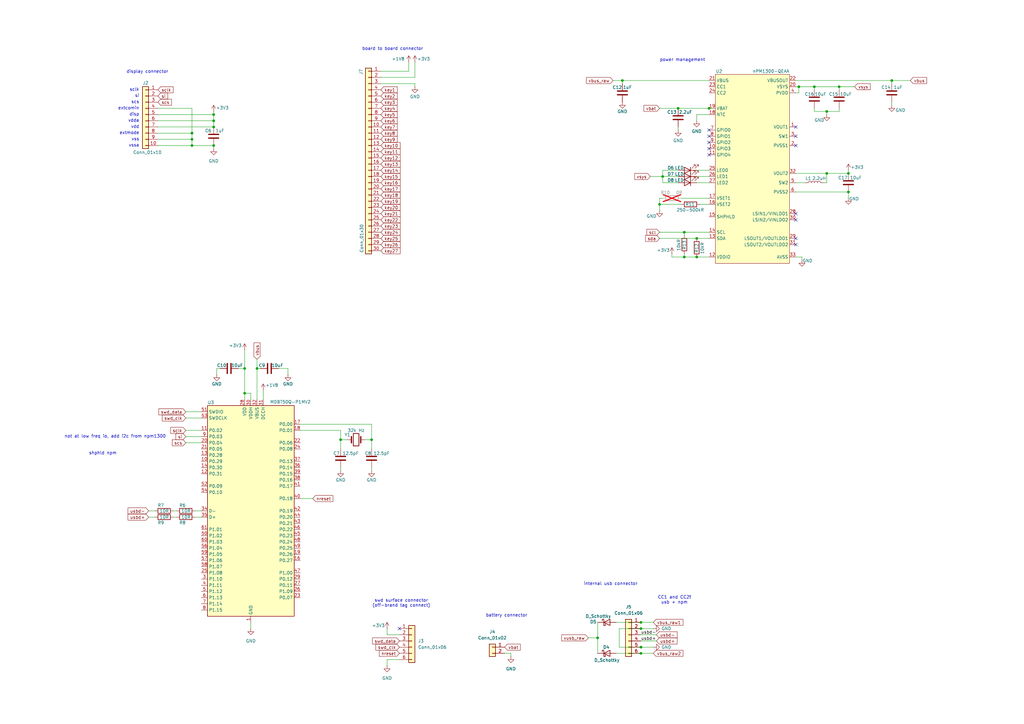
<source format=kicad_sch>
(kicad_sch (version 20250114) (generator "eeschema") (generator_version "9.0")
  (paper "A3")
  (title_block (title "phiboard board") (date "2026-01-14") (rev "1") (company "phiwan"))
  (lib_symbols
    (symbol "Connector_Generic:Conn_01x02" (pin_names (offset 1.016) (hide yes))
      (property "Reference" "J" (at 0 2.54 0))
      (property "Value" "Conn_01x02" (at 0 -5.08 0))
      (symbol "Conn_01x02_1_1"
        (pin passive line (at -5.08 0 0) (length 3.81) (name "Pin_1") (number "1"))
        (pin passive line (at -5.08 -2.54 0) (length 3.81) (name "Pin_2") (number "2"))
      )
    )
    (symbol "Connector_Generic:Conn_01x06" (pin_names (offset 1.016) (hide yes))
      (property "Reference" "J" (at 0 7.62 0))
      (property "Value" "Conn_01x06" (at 0 -10.16 0))
      (symbol "Conn_01x06_1_1"
        (pin passive line (at -5.08 5.08 0) (length 3.81) (name "Pin_1") (number "1"))
        (pin passive line (at -5.08 2.54 0) (length 3.81) (name "Pin_2") (number "2"))
        (pin passive line (at -5.08 0 0) (length 3.81) (name "Pin_3") (number "3"))
        (pin passive line (at -5.08 -2.54 0) (length 3.81) (name "Pin_4") (number "4"))
        (pin passive line (at -5.08 -5.08 0) (length 3.81) (name "Pin_5") (number "5"))
        (pin passive line (at -5.08 -7.62 0) (length 3.81) (name "Pin_6") (number "6"))
      )
    )
    (symbol "Connector_Generic:Conn_01x10" (pin_names (offset 1.016) (hide yes))
      (property "Reference" "J" (at 0 12.7 0))
      (property "Value" "Conn_01x10" (at 0 -15.24 0))
      (symbol "Conn_01x10_1_1"
        (pin passive line (at -5.08 10.16 0) (length 3.81) (name "Pin_1") (number "1"))
        (pin passive line (at -5.08 7.62 0) (length 3.81) (name "Pin_2") (number "2"))
        (pin passive line (at -5.08 5.08 0) (length 3.81) (name "Pin_3") (number "3"))
        (pin passive line (at -5.08 2.54 0) (length 3.81) (name "Pin_4") (number "4"))
        (pin passive line (at -5.08 0 0) (length 3.81) (name "Pin_5") (number "5"))
        (pin passive line (at -5.08 -2.54 0) (length 3.81) (name "Pin_6") (number "6"))
        (pin passive line (at -5.08 -5.08 0) (length 3.81) (name "Pin_7") (number "7"))
        (pin passive line (at -5.08 -7.62 0) (length 3.81) (name "Pin_8") (number "8"))
        (pin passive line (at -5.08 -10.16 0) (length 3.81) (name "Pin_9") (number "9"))
        (pin passive line (at -5.08 -12.7 0) (length 3.81) (name "Pin_10") (number "10"))
      )
    )
    (symbol "Connector_Generic:Conn_01x30" (pin_names (offset 1.016) (hide yes))
      (property "Reference" "J" (at 0 38.1 0))
      (property "Value" "Conn_01x30" (at 0 -40.64 0))
      (symbol "Conn_01x30_1_1"
        (pin passive line (at -5.08 35.56 0) (length 3.81) (name "Pin_1") (number "1"))
        (pin passive line (at -5.08 33.02 0) (length 3.81) (name "Pin_2") (number "2"))
        (pin passive line (at -5.08 30.48 0) (length 3.81) (name "Pin_3") (number "3"))
        (pin passive line (at -5.08 27.94 0) (length 3.81) (name "Pin_4") (number "4"))
        (pin passive line (at -5.08 25.4 0) (length 3.81) (name "Pin_5") (number "5"))
        (pin passive line (at -5.08 22.86 0) (length 3.81) (name "Pin_6") (number "6"))
        (pin passive line (at -5.08 20.32 0) (length 3.81) (name "Pin_7") (number "7"))
        (pin passive line (at -5.08 17.78 0) (length 3.81) (name "Pin_8") (number "8"))
        (pin passive line (at -5.08 15.24 0) (length 3.81) (name "Pin_9") (number "9"))
        (pin passive line (at -5.08 12.7 0) (length 3.81) (name "Pin_10") (number "10"))
        (pin passive line (at -5.08 10.16 0) (length 3.81) (name "Pin_11") (number "11"))
        (pin passive line (at -5.08 7.62 0) (length 3.81) (name "Pin_12") (number "12"))
        (pin passive line (at -5.08 5.08 0) (length 3.81) (name "Pin_13") (number "13"))
        (pin passive line (at -5.08 2.54 0) (length 3.81) (name "Pin_14") (number "14"))
        (pin passive line (at -5.08 0 0) (length 3.81) (name "Pin_15") (number "15"))
        (pin passive line (at -5.08 -2.54 0) (length 3.81) (name "Pin_16") (number "16"))
        (pin passive line (at -5.08 -5.08 0) (length 3.81) (name "Pin_17") (number "17"))
        (pin passive line (at -5.08 -7.62 0) (length 3.81) (name "Pin_18") (number "18"))
        (pin passive line (at -5.08 -10.16 0) (length 3.81) (name "Pin_19") (number "19"))
        (pin passive line (at -5.08 -12.7 0) (length 3.81) (name "Pin_20") (number "20"))
        (pin passive line (at -5.08 -15.24 0) (length 3.81) (name "Pin_21") (number "21"))
        (pin passive line (at -5.08 -17.78 0) (length 3.81) (name "Pin_22") (number "22"))
        (pin passive line (at -5.08 -20.32 0) (length 3.81) (name "Pin_23") (number "23"))
        (pin passive line (at -5.08 -22.86 0) (length 3.81) (name "Pin_24") (number "24"))
        (pin passive line (at -5.08 -25.4 0) (length 3.81) (name "Pin_25") (number "25"))
        (pin passive line (at -5.08 -27.94 0) (length 3.81) (name "Pin_26") (number "26"))
        (pin passive line (at -5.08 -30.48 0) (length 3.81) (name "Pin_27") (number "27"))
        (pin passive line (at -5.08 -33.02 0) (length 3.81) (name "Pin_28") (number "28"))
        (pin passive line (at -5.08 -35.56 0) (length 3.81) (name "Pin_29") (number "29"))
        (pin passive line (at -5.08 -38.1 0) (length 3.81) (name "Pin_30") (number "30"))
      )
    )
    (symbol "Device:C" (pin_numbers (hide yes)) (pin_names (offset 0.254))
      (property "Reference" "C" (at 0.635 2.54 0))
      (property "Value" "C" (at 0.635 -2.54 0))
      (symbol "C_1_1"
        (pin passive line (at 0 3.81 270) (length 2.794) (name "~") (number "1"))
        (pin passive line (at 0 -3.81 90) (length 2.794) (name "~") (number "2"))
      )
    )
    (symbol "Device:Crystal" (pin_numbers (hide yes)) (pin_names (offset 1.016) (hide yes))
      (property "Reference" "Y" (at 0 3.81 0))
      (property "Value" "Crystal" (at 0 -3.81 0))
      (symbol "Crystal_1_1"
        (pin passive line (at -3.81 0 0) (length 1.27) (name "1") (number "1"))
        (pin passive line (at 3.81 0 180) (length 1.27) (name "2") (number "2"))
      )
    )
    (symbol "Device:D_Schottky" (pin_numbers (hide yes)) (pin_names (offset 1.016) (hide yes))
      (property "Reference" "D" (at 0 2.54 0))
      (property "Value" "D_Schottky" (at 0 -2.54 0))
      (symbol "D_Schottky_1_1"
        (pin passive line (at -3.81 0 0) (length 2.54) (name "K") (number "1"))
        (pin passive line (at 3.81 0 180) (length 2.54) (name "A") (number "2"))
      )
    )
    (symbol "Device:L" (pin_numbers (hide yes)) (pin_names (offset 1.016) (hide yes))
      (property "Reference" "L" (at -1.27 0 90))
      (property "Value" "L" (at 1.905 0 90))
      (symbol "L_1_1"
        (pin passive line (at 0 3.81 270) (length 1.27) (name "1") (number "1"))
        (pin passive line (at 0 -3.81 90) (length 1.27) (name "2") (number "2"))
      )
    )
    (symbol "Device:LED" (pin_numbers (hide yes)) (pin_names (offset 1.016) (hide yes))
      (property "Reference" "D" (at 0 2.54 0))
      (property "Value" "LED" (at 0 -2.54 0))
      (symbol "LED_1_1"
        (pin passive line (at -3.81 0 0) (length 2.54) (name "K") (number "1"))
        (pin passive line (at 3.81 0 180) (length 2.54) (name "A") (number "2"))
      )
    )
    (symbol "Device:R" (pin_numbers (hide yes)) (pin_names (offset 0))
      (property "Reference" "R" (at 2.032 0 90))
      (property "Value" "R" (at 0 0 90))
      (symbol "R_1_1"
        (pin passive line (at 0 3.81 270) (length 1.27) (name "~") (number "1"))
        (pin passive line (at 0 -3.81 90) (length 1.27) (name "~") (number "2"))
      )
    )
    (symbol "RF_Module:MDBT50Q-P1MV2"
      (property "Reference" "U" (at 0 0 0))
      (property "Value" "MDBT50Q-P1MV2" (at 0 -2.54 0))
      (symbol "MDBT50Q-P1MV2_1_1"
        (pin bidirectional line (at -20.32 40.64 0) (length 2.54) (name "SWDIO") (number "51"))
        (pin input line (at -20.32 38.1 0) (length 2.54) (name "SWDCLK") (number "53"))
        (pin bidirectional line (at -20.32 33.02 0) (length 2.54) (name "P0.02") (number "11"))
        (pin bidirectional line (at -20.32 30.48 0) (length 2.54) (name "P0.03") (number "9"))
        (pin bidirectional line (at -20.32 27.94 0) (length 2.54) (name "P0.04") (number "20"))
        (pin bidirectional line (at -20.32 25.4 0) (length 2.54) (name "P0.05") (number "21"))
        (pin bidirectional line (at -20.32 22.86 0) (length 2.54) (name "P0.28") (number "13"))
        (pin bidirectional line (at -20.32 20.32 0) (length 2.54) (name "P0.29") (number "10"))
        (pin bidirectional line (at -20.32 17.78 0) (length 2.54) (name "P0.30") (number "14"))
        (pin bidirectional line (at -20.32 15.24 0) (length 2.54) (name "P0.31") (number "12"))
        (pin bidirectional line (at -20.32 10.16 0) (length 2.54) (name "P0.09") (number "52"))
        (pin bidirectional line (at -20.32 7.62 0) (length 2.54) (name "P0.10") (number "54"))
        (pin bidirectional line (at -20.32 0 0) (length 2.54) (name "D-") (number "34"))
        (pin bidirectional line (at -20.32 -2.54 0) (length 2.54) (name "D+") (number "35"))
        (pin bidirectional line (at -20.32 -7.62 0) (length 2.54) (name "P1.01") (number "61"))
        (pin bidirectional line (at -20.32 -10.16 0) (length 2.54) (name "P1.02") (number "50"))
        (pin bidirectional line (at -20.32 -12.7 0) (length 2.54) (name "P1.03") (number "60"))
        (pin bidirectional line (at -20.32 -15.24 0) (length 2.54) (name "P1.04") (number "56"))
        (pin bidirectional line (at -20.32 -17.78 0) (length 2.54) (name "P1.05") (number "59"))
        (pin bidirectional line (at -20.32 -20.32 0) (length 2.54) (name "P1.06") (number "57"))
        (pin bidirectional line (at -20.32 -22.86 0) (length 2.54) (name "P1.07") (number "58"))
        (pin bidirectional line (at -20.32 -25.4 0) (length 2.54) (name "P1.08") (number "25"))
        (pin bidirectional line (at -20.32 -27.94 0) (length 2.54) (name "P1.10") (number "3"))
        (pin bidirectional line (at -20.32 -30.48 0) (length 2.54) (name "P1.11") (number "4"))
        (pin bidirectional line (at -20.32 -33.02 0) (length 2.54) (name "P1.12") (number "5"))
        (pin bidirectional line (at -20.32 -35.56 0) (length 2.54) (name "P1.13") (number "6"))
        (pin bidirectional line (at -20.32 -38.1 0) (length 2.54) (name "P1.14") (number "7"))
        (pin bidirectional line (at -20.32 -40.64 0) (length 2.54) (name "P1.15") (number "8"))
        (pin power_in line (at -2.54 45.72 270) (length 2.54) (name "VDD") (number "28"))
        (pin power_in line (at 0 45.72 270) (length 2.54) (name "VDDH") (number "30"))
        (pin power_in line (at 0 -45.72 90) (length 2.54) (name "GND") (number "1"))
        (pin passive line (at 0 -45.72 90) (length 2.54) (hide yes) (name "GND") (number "15"))
        (pin passive line (at 0 -45.72 90) (length 2.54) (hide yes) (name "GND") (number "2"))
        (pin passive line (at 0 -45.72 90) (length 2.54) (hide yes) (name "GND") (number "33"))
        (pin passive line (at 0 -45.72 90) (length 2.54) (hide yes) (name "GND") (number "55"))
        (pin power_in line (at 2.54 45.72 270) (length 2.54) (name "VBUS") (number "32"))
        (pin power_out line (at 5.08 45.72 270) (length 2.54) (name "DCCH") (number "31"))
        (pin bidirectional line (at 20.32 35.56 180) (length 2.54) (name "P0.00") (number "17"))
        (pin bidirectional line (at 20.32 33.02 180) (length 2.54) (name "P0.01") (number "18"))
        (pin bidirectional line (at 20.32 27.94 180) (length 2.54) (name "P0.06") (number "22"))
        (pin bidirectional line (at 20.32 25.4 180) (length 2.54) (name "P0.08") (number "24"))
        (pin bidirectional line (at 20.32 20.32 180) (length 2.54) (name "P0.13") (number "37"))
        (pin bidirectional line (at 20.32 17.78 180) (length 2.54) (name "P0.14") (number "36"))
        (pin bidirectional line (at 20.32 15.24 180) (length 2.54) (name "P0.15") (number "39"))
        (pin bidirectional line (at 20.32 12.7 180) (length 2.54) (name "P0.16") (number "38"))
        (pin bidirectional line (at 20.32 10.16 180) (length 2.54) (name "P0.17") (number "41"))
        (pin bidirectional line (at 20.32 5.08 180) (length 2.54) (name "P0.18") (number "40"))
        (pin bidirectional line (at 20.32 0 180) (length 2.54) (name "P0.19") (number "42"))
        (pin bidirectional line (at 20.32 -2.54 180) (length 2.54) (name "P0.20") (number "44"))
        (pin bidirectional line (at 20.32 -5.08 180) (length 2.54) (name "P0.21") (number "43"))
        (pin bidirectional line (at 20.32 -7.62 180) (length 2.54) (name "P0.22") (number "46"))
        (pin bidirectional line (at 20.32 -10.16 180) (length 2.54) (name "P0.23") (number "45"))
        (pin bidirectional line (at 20.32 -12.7 180) (length 2.54) (name "P0.24") (number "48"))
        (pin bidirectional line (at 20.32 -15.24 180) (length 2.54) (name "P0.25") (number "49"))
        (pin bidirectional line (at 20.32 -17.78 180) (length 2.54) (name "P0.26") (number "19"))
        (pin bidirectional line (at 20.32 -20.32 180) (length 2.54) (name "P0.27") (number "16"))
        (pin bidirectional line (at 20.32 -25.4 180) (length 2.54) (name "P1.00") (number "47"))
        (pin bidirectional line (at 20.32 -27.94 180) (length 2.54) (name "P0.12") (number "29"))
        (pin bidirectional line (at 20.32 -30.48 180) (length 2.54) (name "P0.11") (number "27"))
        (pin bidirectional line (at 20.32 -33.02 180) (length 2.54) (name "P1.09") (number "26"))
        (pin bidirectional line (at 20.32 -35.56 180) (length 2.54) (name "P0.07") (number "23"))
      )
    )
    (symbol "phiboard:npm1300"
      (property "Reference" "U2" (at -13.716 36.83 0))
      (property "Value" "nPM1300-QEAA" (at 7.62 36.83 0))
      (symbol "npm1300_1_1"
        (pin power_in line (at -17.78 33.02 0) (length 2.54) (name "VBUS") (number "21"))
        (pin bidirectional line (at -17.78 30.48 0) (length 2.54) (name "CC1") (number "23"))
        (pin bidirectional line (at -17.78 27.94 0) (length 2.54) (name "CC2") (number "24"))
        (pin power_in line (at -17.78 21.59 0) (length 2.54) (name "VBAT") (number "19"))
        (pin input line (at -17.78 19.05 0) (length 2.54) (name "NTC") (number "18"))
        (pin bidirectional line (at -17.78 12.7 0) (length 2.54) (name "GPIO0") (number "7"))
        (pin bidirectional line (at -17.78 10.16 0) (length 2.54) (name "GPIO1") (number "8"))
        (pin bidirectional line (at -17.78 7.62 0) (length 2.54) (name "GPIO2") (number "9"))
        (pin bidirectional line (at -17.78 5.08 0) (length 2.54) (name "GPIO3") (number "10"))
        (pin bidirectional line (at -17.78 2.54 0) (length 2.54) (name "GPIO4") (number "11"))
        (pin output line (at -17.78 -3.81 0) (length 2.54) (name "LED0") (number "25"))
        (pin output line (at -17.78 -6.35 0) (length 2.54) (name "LED1") (number "26"))
        (pin output line (at -17.78 -8.89 0) (length 2.54) (name "LED2") (number "27"))
        (pin input line (at -17.78 -15.24 0) (length 2.54) (name "VSET1") (number "17"))
        (pin input line (at -17.78 -17.78 0) (length 2.54) (name "VSET2") (number "16"))
        (pin input line (at -17.78 -22.86 0) (length 2.54) (name "SHPHLD") (number "15"))
        (pin input line (at -17.78 -29.21 0) (length 2.54) (name "SCL") (number "14"))
        (pin bidirectional line (at -17.78 -31.75 0) (length 2.54) (name "SDA") (number "13"))
        (pin input line (at -17.78 -39.37 0) (length 2.54) (name "VDDIO") (number "12"))
        (pin power_out line (at 17.78 33.02 180) (length 2.54) (name "VBUSOUT") (number "22"))
        (pin power_out line (at 17.78 30.48 180) (length 2.54) (name "VSYS") (number "20"))
        (pin power_out line (at 17.78 27.94 180) (length 2.54) (name "PVDD") (number "4"))
        (pin power_out line (at 17.78 13.97 180) (length 2.54) (name "VOUT1") (number "1"))
        (pin passive line (at 17.78 10.16 180) (length 2.54) (name "SW1") (number "3"))
        (pin power_in line (at 17.78 6.35 180) (length 2.54) (name "PVSS1") (number "2"))
        (pin power_out line (at 17.78 -5.08 180) (length 2.54) (name "VOUT2") (number "32"))
        (pin passive line (at 17.78 -8.89 180) (length 2.54) (name "SW2") (number "5"))
        (pin power_in line (at 17.78 -12.7 180) (length 2.54) (name "PVSS2") (number "6"))
        (pin power_in line (at 17.78 -21.59 180) (length 2.54) (name "LSIN1/VINLDO1") (number "28"))
        (pin power_in line (at 17.78 -24.13 180) (length 2.54) (name "LSIN2/VINLDO2") (number "30"))
        (pin power_out line (at 17.78 -31.75 180) (length 2.54) (name "LSOUT1/VOUTLDO1") (number "29"))
        (pin power_out line (at 17.78 -34.29 180) (length 2.54) (name "LSOUT2/VOUTLDO2") (number "31"))
        (pin input line (at 17.78 -39.37 180) (length 2.54) (name "AVSS") (number "33"))
      )
    )
    (symbol "power:+1V8" (power) (pin_numbers (hide yes)) (pin_names (offset 0) (hide yes))
      (property "Value" "+1V8" (at 0 3.556 0))
      (symbol "+1V8_1_1"
        (pin power_in line (at 0 0 90) (length 0) (name "~") (number "1"))
      )
    )
    (symbol "power:+3V3" (power) (pin_numbers (hide yes)) (pin_names (offset 0) (hide yes))
      (property "Value" "+3V3" (at 0 3.556 0))
      (symbol "+3V3_1_1"
        (pin power_in line (at 0 0 90) (length 0) (name "~") (number "1"))
      )
    )
    (symbol "power:GND" (power) (pin_numbers (hide yes)) (pin_names (offset 0) (hide yes))
      (property "Value" "GND" (at 0 -3.81 0))
      (symbol "GND_1_1"
        (pin power_in line (at 0 0 270) (length 0) (name "~") (number "1"))
      )
    )
  )
  (text "vss" (at 57.15 57.15 0) (effects (font (size 1.27 1.27)) (justify right)))
  (text "battery connector" (at 207.772 252.476 0) (effects (font (size 1.27 1.27))))
  (text "sclk" (at 57.15 36.83 0) (effects (font (size 1.27 1.27)) (justify right)))
  (text "display connector" (at 60.452 29.464 0) (effects (font (size 1.27 1.27))))
  (text "si" (at 57.15 39.37 0) (effects (font (size 1.27 1.27)) (justify right)))
  (text "vssa" (at 57.15 59.69 0) (effects (font (size 1.27 1.27)) (justify right)))
  (text "disp" (at 57.15 46.99 0) (effects (font (size 1.27 1.27)) (justify right)))
  (text "CC1 and CC2!\nusb + npm" (at 276.606 246.126 0) (effects (font (size 1.27 1.27))))
  (text "swd surface connector\n(off-brand tag connect)" (at 164.592 247.396 0) (effects (font (size 1.27 1.27))))
  (text "board to board connector" (at 161.036 20.066 0) (effects (font (size 1.27 1.27))))
  (text "scs" (at 57.15 41.91 0) (effects (font (size 1.27 1.27)) (justify right)))
  (text "shphld npm" (at 42.164 185.928 0) (effects (font (size 1.27 1.27))))
  (text "internal usb connector" (at 250.444 239.522 0) (effects (font (size 1.27 1.27))))
  (text "vdda" (at 57.15 49.53 0) (effects (font (size 1.27 1.27)) (justify right)))
  (text "extmode" (at 57.15 54.61 0) (effects (font (size 1.27 1.27)) (justify right)))
  (text "extcomin" (at 57.15 44.45 0) (effects (font (size 1.27 1.27)) (justify right)))
  (text "not at low freq io, add i2c from npm1300" (at 47.244 179.07 0) (effects (font (size 1.27 1.27))))
  (text "vdd" (at 57.15 52.07 0) (effects (font (size 1.27 1.27)) (justify right)))
  (text "power management" (at 279.908 24.638 0) (effects (font (size 1.27 1.27))))
  (junction (at 280.67 95.25))
  (junction (at 262.89 267.97))
  (junction (at 327.66 35.56))
  (junction (at 280.67 105.41))
  (junction (at 245.11 261.62))
  (junction (at 271.78 72.39))
  (junction (at 278.13 44.45))
  (junction (at 105.41 151.13))
  (junction (at 344.17 35.56))
  (junction (at 255.27 33.02))
  (junction (at 270.51 83.82))
  (junction (at 100.33 161.29))
  (junction (at 262.89 255.27))
  (junction (at 285.75 97.79))
  (junction (at 365.76 33.02))
  (junction (at 87.63 59.69))
  (junction (at 87.63 46.99))
  (junction (at 78.74 59.69))
  (junction (at 339.09 45.72))
  (junction (at 87.63 49.53))
  (junction (at 347.98 78.74))
  (junction (at 290.83 44.45))
  (junction (at 285.75 105.41))
  (junction (at 152.4 180.34))
  (junction (at 87.63 52.07))
  (junction (at 100.33 151.13))
  (junction (at 78.74 54.61))
  (junction (at 78.74 57.15))
  (junction (at 347.98 71.12))
  (junction (at 262.89 257.81))
  (junction (at 262.89 265.43))
  (junction (at 339.09 71.12))
  (junction (at 139.7 180.34))
  (junction (at 334.01 35.56))
  (no_connect (at 163.83 257.81))
  (no_connect (at 290.83 53.34))
  (no_connect (at 326.39 55.88))
  (no_connect (at 290.83 58.42))
  (no_connect (at 326.39 90.17))
  (no_connect (at 326.39 52.07))
  (no_connect (at 326.39 59.69))
  (no_connect (at 290.83 63.5))
  (no_connect (at 290.83 55.88))
  (no_connect (at 326.39 97.79))
  (no_connect (at 326.39 100.33))
  (no_connect (at 290.83 60.96))
  (no_connect (at 326.39 87.63))
  (wire (pts (xy 275.59 105.41) (xy 280.67 105.41)))
  (wire (pts (xy 278.13 53.34) (xy 278.13 52.07)))
  (wire (pts (xy 60.96 209.55) (xy 63.5 209.55)))
  (wire (pts (xy 97.79 151.13) (xy 100.33 151.13)))
  (wire (pts (xy 158.75 257.81) (xy 158.75 260.35)))
  (wire (pts (xy 241.3 261.62) (xy 245.11 261.62)))
  (wire (pts (xy 76.2 168.91) (xy 82.55 168.91)))
  (wire (pts (xy 71.12 209.55) (xy 72.39 209.55)))
  (wire (pts (xy 80.01 209.55) (xy 82.55 209.55)))
  (wire (pts (xy 278.13 69.85) (xy 271.78 69.85)))
  (wire (pts (xy 326.39 71.12) (xy 339.09 71.12)))
  (wire (pts (xy 78.74 57.15) (xy 78.74 59.69)))
  (wire (pts (xy 128.27 204.47) (xy 123.19 204.47)))
  (wire (pts (xy 262.89 257.81) (xy 254 257.81)))
  (wire (pts (xy 339.09 71.12) (xy 339.09 74.93)))
  (wire (pts (xy 262.89 260.35) (xy 269.24 260.35)))
  (wire (pts (xy 337.82 74.93) (xy 339.09 74.93)))
  (wire (pts (xy 100.33 143.51) (xy 100.33 151.13)))
  (wire (pts (xy 292.1 44.45) (xy 290.83 44.45)))
  (wire (pts (xy 271.78 72.39) (xy 271.78 74.93)))
  (wire (pts (xy 285.75 74.93) (xy 290.83 74.93)))
  (wire (pts (xy 105.41 151.13) (xy 105.41 163.83)))
  (wire (pts (xy 64.77 57.15) (xy 78.74 57.15)))
  (wire (pts (xy 262.89 265.43) (xy 267.97 265.43)))
  (wire (pts (xy 158.75 273.05) (xy 158.75 270.51)))
  (wire (pts (xy 334.01 36.83) (xy 334.01 35.56)))
  (wire (pts (xy 87.63 49.53) (xy 87.63 52.07)))
  (wire (pts (xy 139.7 180.34) (xy 139.7 184.15)))
  (wire (pts (xy 64.77 54.61) (xy 78.74 54.61)))
  (wire (pts (xy 334.01 44.45) (xy 334.01 45.72)))
  (wire (pts (xy 270.51 97.79) (xy 285.75 97.79)))
  (wire (pts (xy 139.7 193.04) (xy 139.7 191.77)))
  (wire (pts (xy 344.17 45.72) (xy 339.09 45.72)))
  (wire (pts (xy 156.21 29.21) (xy 167.64 29.21)))
  (wire (pts (xy 78.74 59.69) (xy 87.63 59.69)))
  (wire (pts (xy 80.01 212.09) (xy 82.55 212.09)))
  (wire (pts (xy 251.46 33.02) (xy 255.27 33.02)))
  (wire (pts (xy 60.96 212.09) (xy 63.5 212.09)))
  (wire (pts (xy 170.18 34.29) (xy 170.18 35.56)))
  (wire (pts (xy 334.01 35.56) (xy 344.17 35.56)))
  (wire (pts (xy 105.41 147.32) (xy 105.41 151.13)))
  (wire (pts (xy 328.93 105.41) (xy 326.39 105.41)))
  (wire (pts (xy 339.09 71.12) (xy 347.98 71.12)))
  (wire (pts (xy 339.09 46.99) (xy 339.09 45.72)))
  (wire (pts (xy 209.55 269.24) (xy 209.55 267.97)))
  (wire (pts (xy 78.74 54.61) (xy 78.74 57.15)))
  (wire (pts (xy 254 257.81) (xy 254 265.43)))
  (wire (pts (xy 287.02 83.82) (xy 290.83 83.82)))
  (wire (pts (xy 285.75 46.99) (xy 290.83 46.99)))
  (wire (pts (xy 275.59 104.14) (xy 275.59 105.41)))
  (wire (pts (xy 139.7 180.34) (xy 142.24 180.34)))
  (wire (pts (xy 327.66 38.1) (xy 326.39 38.1)))
  (wire (pts (xy 285.75 105.41) (xy 290.83 105.41)))
  (wire (pts (xy 365.76 34.29) (xy 365.76 33.02)))
  (wire (pts (xy 365.76 33.02) (xy 373.38 33.02)))
  (wire (pts (xy 347.98 81.28) (xy 347.98 78.74)))
  (wire (pts (xy 88.9 151.13) (xy 90.17 151.13)))
  (wire (pts (xy 262.89 262.89) (xy 269.24 262.89)))
  (wire (pts (xy 271.78 69.85) (xy 271.78 72.39)))
  (wire (pts (xy 327.66 35.56) (xy 326.39 35.56)))
  (wire (pts (xy 102.87 257.81) (xy 102.87 255.27)))
  (wire (pts (xy 245.11 255.27) (xy 245.11 261.62)))
  (wire (pts (xy 262.89 267.97) (xy 267.97 267.97)))
  (wire (pts (xy 279.4 83.82) (xy 270.51 83.82)))
  (wire (pts (xy 102.87 161.29) (xy 100.33 161.29)))
  (wire (pts (xy 270.51 95.25) (xy 280.67 95.25)))
  (wire (pts (xy 100.33 161.29) (xy 100.33 163.83)))
  (wire (pts (xy 152.4 173.99) (xy 123.19 173.99)))
  (wire (pts (xy 270.51 86.36) (xy 270.51 83.82)))
  (wire (pts (xy 100.33 151.13) (xy 100.33 161.29)))
  (wire (pts (xy 209.55 267.97) (xy 207.01 267.97)))
  (wire (pts (xy 158.75 260.35) (xy 163.83 260.35)))
  (wire (pts (xy 152.4 173.99) (xy 152.4 180.34)))
  (wire (pts (xy 71.12 212.09) (xy 72.39 212.09)))
  (wire (pts (xy 87.63 60.96) (xy 87.63 59.69)))
  (wire (pts (xy 267.97 255.27) (xy 262.89 255.27)))
  (wire (pts (xy 78.74 44.45) (xy 78.74 54.61)))
  (wire (pts (xy 149.86 180.34) (xy 152.4 180.34)))
  (wire (pts (xy 139.7 176.53) (xy 123.19 176.53)))
  (wire (pts (xy 280.67 95.25) (xy 290.83 95.25)))
  (wire (pts (xy 158.75 270.51) (xy 163.83 270.51)))
  (wire (pts (xy 252.73 267.97) (xy 262.89 267.97)))
  (wire (pts (xy 344.17 45.72) (xy 344.17 44.45)))
  (wire (pts (xy 285.75 97.79) (xy 290.83 97.79)))
  (wire (pts (xy 106.68 151.13) (xy 105.41 151.13)))
  (wire (pts (xy 107.95 160.02) (xy 107.95 163.83)))
  (wire (pts (xy 271.78 74.93) (xy 278.13 74.93)))
  (wire (pts (xy 64.77 46.99) (xy 87.63 46.99)))
  (wire (pts (xy 267.97 257.81) (xy 262.89 257.81)))
  (wire (pts (xy 76.2 179.07) (xy 82.55 179.07)))
  (wire (pts (xy 326.39 74.93) (xy 330.2 74.93)))
  (wire (pts (xy 254 265.43) (xy 262.89 265.43)))
  (wire (pts (xy 280.67 104.14) (xy 280.67 105.41)))
  (wire (pts (xy 285.75 72.39) (xy 290.83 72.39)))
  (wire (pts (xy 266.7 72.39) (xy 271.78 72.39)))
  (wire (pts (xy 170.18 31.75) (xy 170.18 25.4)))
  (wire (pts (xy 76.2 181.61) (xy 82.55 181.61)))
  (wire (pts (xy 64.77 52.07) (xy 87.63 52.07)))
  (wire (pts (xy 278.13 44.45) (xy 290.83 44.45)))
  (wire (pts (xy 344.17 35.56) (xy 344.17 36.83)))
  (wire (pts (xy 334.01 45.72) (xy 339.09 45.72)))
  (wire (pts (xy 76.2 176.53) (xy 82.55 176.53)))
  (wire (pts (xy 280.67 105.41) (xy 285.75 105.41)))
  (wire (pts (xy 64.77 49.53) (xy 87.63 49.53)))
  (wire (pts (xy 252.73 255.27) (xy 262.89 255.27)))
  (wire (pts (xy 102.87 161.29) (xy 102.87 163.83)))
  (wire (pts (xy 167.64 29.21) (xy 167.64 25.4)))
  (wire (pts (xy 270.51 81.28) (xy 271.78 81.28)))
  (wire (pts (xy 344.17 35.56) (xy 350.52 35.56)))
  (wire (pts (xy 255.27 33.02) (xy 290.83 33.02)))
  (wire (pts (xy 327.66 35.56) (xy 334.01 35.56)))
  (wire (pts (xy 326.39 33.02) (xy 365.76 33.02)))
  (wire (pts (xy 76.2 171.45) (xy 82.55 171.45)))
  (wire (pts (xy 156.21 34.29) (xy 170.18 34.29)))
  (wire (pts (xy 118.11 153.67) (xy 118.11 151.13)))
  (wire (pts (xy 328.93 106.68) (xy 328.93 105.41)))
  (wire (pts (xy 88.9 153.67) (xy 88.9 151.13)))
  (wire (pts (xy 152.4 180.34) (xy 152.4 184.15)))
  (wire (pts (xy 255.27 34.29) (xy 255.27 33.02)))
  (wire (pts (xy 285.75 69.85) (xy 290.83 69.85)))
  (wire (pts (xy 271.78 72.39) (xy 278.13 72.39)))
  (wire (pts (xy 327.66 35.56) (xy 327.66 38.1)))
  (wire (pts (xy 280.67 95.25) (xy 280.67 96.52)))
  (wire (pts (xy 245.11 261.62) (xy 245.11 267.97)))
  (wire (pts (xy 152.4 193.04) (xy 152.4 191.77)))
  (wire (pts (xy 87.63 46.99) (xy 87.63 49.53)))
  (wire (pts (xy 270.51 44.45) (xy 278.13 44.45)))
  (wire (pts (xy 365.76 43.18) (xy 365.76 41.91)))
  (wire (pts (xy 347.98 69.85) (xy 347.98 71.12)))
  (wire (pts (xy 156.21 31.75) (xy 170.18 31.75)))
  (wire (pts (xy 139.7 176.53) (xy 139.7 180.34)))
  (wire (pts (xy 64.77 59.69) (xy 78.74 59.69)))
  (wire (pts (xy 270.51 83.82) (xy 270.51 81.28)))
  (wire (pts (xy 87.63 45.72) (xy 87.63 46.99)))
  (wire (pts (xy 64.77 44.45) (xy 78.74 44.45)))
  (wire (pts (xy 285.75 46.99) (xy 285.75 49.53)))
  (wire (pts (xy 118.11 151.13) (xy 114.3 151.13)))
  (wire (pts (xy 326.39 78.74) (xy 347.98 78.74)))
  (wire (pts (xy 279.4 81.28) (xy 290.83 81.28)))
  (label "usbd-" (at 262.89 260.35 0))
  (label "usbd+" (at 262.89 262.89 0))
  (global_label "scs" (shape input) (at 76.2 181.61 180) (property "Intersheetrefs" "${INTERSHEET_REFS}" (effects (hide yes))))
  (global_label "key22" (shape input) (at 156.21 90.17 0) (property "Intersheetrefs" "${INTERSHEET_REFS}" (effects (hide yes))))
  (global_label "key27" (shape input) (at 156.21 102.87 0) (property "Intersheetrefs" "${INTERSHEET_REFS}" (effects (hide yes))))
  (global_label "key21" (shape input) (at 156.21 87.63 0) (property "Intersheetrefs" "${INTERSHEET_REFS}" (effects (hide yes))))
  (global_label "sclk" (shape input) (at 64.77 36.83 0) (property "Intersheetrefs" "${INTERSHEET_REFS}" (effects (hide yes))))
  (global_label "key2" (shape input) (at 156.21 39.37 0) (property "Intersheetrefs" "${INTERSHEET_REFS}" (effects (hide yes))))
  (global_label "nreset" (shape input) (at 128.27 204.47 0) (property "Intersheetrefs" "${INTERSHEET_REFS}" (effects (hide yes))))
  (global_label "usbd-" (shape input) (at 60.96 209.55 180) (property "Intersheetrefs" "${INTERSHEET_REFS}" (effects (hide yes))))
  (global_label "key1" (shape input) (at 156.21 36.83 0) (property "Intersheetrefs" "${INTERSHEET_REFS}" (effects (hide yes))))
  (global_label "key13" (shape input) (at 156.21 67.31 0) (property "Intersheetrefs" "${INTERSHEET_REFS}" (effects (hide yes))))
  (global_label "vbus_raw" (shape input) (at 251.46 33.02 180) (property "Intersheetrefs" "${INTERSHEET_REFS}" (effects (hide yes))))
  (global_label "swd_clk" (shape input) (at 76.2 171.45 180) (property "Intersheetrefs" "${INTERSHEET_REFS}" (effects (hide yes))))
  (global_label "vbus" (shape input) (at 373.38 33.02 0) (property "Intersheetrefs" "${INTERSHEET_REFS}" (effects (hide yes))))
  (global_label "scl" (shape input) (at 270.51 95.25 180) (property "Intersheetrefs" "${INTERSHEET_REFS}" (effects (hide yes))))
  (global_label "key24" (shape input) (at 156.21 95.25 0) (property "Intersheetrefs" "${INTERSHEET_REFS}" (effects (hide yes))))
  (global_label "key16" (shape input) (at 156.21 74.93 0) (property "Intersheetrefs" "${INTERSHEET_REFS}" (effects (hide yes))))
  (global_label "vsys" (shape input) (at 350.52 35.56 0) (property "Intersheetrefs" "${INTERSHEET_REFS}" (effects (hide yes))))
  (global_label "key8" (shape input) (at 156.21 54.61 0) (property "Intersheetrefs" "${INTERSHEET_REFS}" (effects (hide yes))))
  (global_label "scs" (shape input) (at 64.77 41.91 0) (property "Intersheetrefs" "${INTERSHEET_REFS}" (effects (hide yes))))
  (global_label "swd_data" (shape input) (at 76.2 168.91 180) (property "Intersheetrefs" "${INTERSHEET_REFS}" (effects (hide yes))))
  (global_label "vbat" (shape input) (at 270.51 44.45 180) (property "Intersheetrefs" "${INTERSHEET_REFS}" (effects (hide yes))))
  (global_label "vbus_raw1" (shape input) (at 267.97 255.27 0) (property "Intersheetrefs" "${INTERSHEET_REFS}" (effects (hide yes))))
  (global_label "key17" (shape input) (at 156.21 77.47 0) (property "Intersheetrefs" "${INTERSHEET_REFS}" (effects (hide yes))))
  (global_label "vsys" (shape input) (at 266.7 72.39 180) (property "Intersheetrefs" "${INTERSHEET_REFS}" (effects (hide yes))))
  (global_label "key19" (shape input) (at 156.21 82.55 0) (property "Intersheetrefs" "${INTERSHEET_REFS}" (effects (hide yes))))
  (global_label "sda" (shape input) (at 270.51 97.79 180) (property "Intersheetrefs" "${INTERSHEET_REFS}" (effects (hide yes))))
  (global_label "key18" (shape input) (at 156.21 80.01 0) (property "Intersheetrefs" "${INTERSHEET_REFS}" (effects (hide yes))))
  (global_label "key10" (shape input) (at 156.21 59.69 0) (property "Intersheetrefs" "${INTERSHEET_REFS}" (effects (hide yes))))
  (global_label "key25" (shape input) (at 156.21 97.79 0) (property "Intersheetrefs" "${INTERSHEET_REFS}" (effects (hide yes))))
  (global_label "key5" (shape input) (at 156.21 46.99 0) (property "Intersheetrefs" "${INTERSHEET_REFS}" (effects (hide yes))))
  (global_label "key7" (shape input) (at 156.21 52.07 0) (property "Intersheetrefs" "${INTERSHEET_REFS}" (effects (hide yes))))
  (global_label "si" (shape input) (at 64.77 39.37 0) (property "Intersheetrefs" "${INTERSHEET_REFS}" (effects (hide yes))))
  (global_label "key9" (shape input) (at 156.21 57.15 0) (property "Intersheetrefs" "${INTERSHEET_REFS}" (effects (hide yes))))
  (global_label "vbat" (shape input) (at 207.01 265.43 0) (property "Intersheetrefs" "${INTERSHEET_REFS}" (effects (hide yes))))
  (global_label "vbus_raw2" (shape input) (at 267.97 267.97 0) (property "Intersheetrefs" "${INTERSHEET_REFS}" (effects (hide yes))))
  (global_label "usbd+" (shape input) (at 269.24 262.89 0) (property "Intersheetrefs" "${INTERSHEET_REFS}" (effects (hide yes))))
  (global_label "swd_clk" (shape input) (at 163.83 265.43 180) (property "Intersheetrefs" "${INTERSHEET_REFS}" (effects (hide yes))))
  (global_label "key23" (shape input) (at 156.21 92.71 0) (property "Intersheetrefs" "${INTERSHEET_REFS}" (effects (hide yes))))
  (global_label "key15" (shape input) (at 156.21 72.39 0) (property "Intersheetrefs" "${INTERSHEET_REFS}" (effects (hide yes))))
  (global_label "usbd+" (shape input) (at 60.96 212.09 180) (property "Intersheetrefs" "${INTERSHEET_REFS}" (effects (hide yes))))
  (global_label "vbus" (shape input) (at 105.41 147.32 90) (property "Intersheetrefs" "${INTERSHEET_REFS}" (effects (hide yes))))
  (global_label "key20" (shape input) (at 156.21 85.09 0) (property "Intersheetrefs" "${INTERSHEET_REFS}" (effects (hide yes))))
  (global_label "nreset" (shape input) (at 163.83 267.97 180) (property "Intersheetrefs" "${INTERSHEET_REFS}" (effects (hide yes))))
  (global_label "sclk" (shape input) (at 76.2 176.53 180) (property "Intersheetrefs" "${INTERSHEET_REFS}" (effects (hide yes))))
  (global_label "si" (shape input) (at 76.2 179.07 180) (property "Intersheetrefs" "${INTERSHEET_REFS}" (effects (hide yes))))
  (global_label "key11" (shape input) (at 156.21 62.23 0) (property "Intersheetrefs" "${INTERSHEET_REFS}" (effects (hide yes))))
  (global_label "key26" (shape input) (at 156.21 100.33 0) (property "Intersheetrefs" "${INTERSHEET_REFS}" (effects (hide yes))))
  (global_label "key3" (shape input) (at 156.21 41.91 0) (property "Intersheetrefs" "${INTERSHEET_REFS}" (effects (hide yes))))
  (global_label "key12" (shape input) (at 156.21 64.77 0) (property "Intersheetrefs" "${INTERSHEET_REFS}" (effects (hide yes))))
  (global_label "key14" (shape input) (at 156.21 69.85 0) (property "Intersheetrefs" "${INTERSHEET_REFS}" (effects (hide yes))))
  (global_label "key4" (shape input) (at 156.21 44.45 0) (property "Intersheetrefs" "${INTERSHEET_REFS}" (effects (hide yes))))
  (global_label "vusb_raw" (shape input) (at 241.3 261.62 180) (property "Intersheetrefs" "${INTERSHEET_REFS}" (effects (hide yes))))
  (global_label "usbd-" (shape input) (at 269.24 260.35 0) (property "Intersheetrefs" "${INTERSHEET_REFS}" (effects (hide yes))))
  (global_label "swd_data" (shape input) (at 163.83 262.89 180) (property "Intersheetrefs" "${INTERSHEET_REFS}" (effects (hide yes))))
  (global_label "key6" (shape input) (at 156.21 49.53 0) (property "Intersheetrefs" "${INTERSHEET_REFS}" (effects (hide yes))))
  (symbol (lib_id "power:GND") (at 139.7 193.04 0) (unit 1)
    (property "Reference" "#PWR028" (effects (hide yes)))
    (property "Value" "GND" (at 139.7 196.85 0))
    (property "Description" "Power symbol creates a global label with name \"GND\" , ground" (effects (hide yes)))
  )
  (symbol (lib_id "Device:R") (at 280.67 100.33 180) (unit 1)
    (property "Reference" "R13" (at 280.67 98.552 90) (effects (justify left)))
    (property "Value" "10kR" (at 278.384 98.044 90) (effects (justify left)))
    (property "Footprint" "Resistor_SMD:R_0201_0603Metric" (effects (hide yes)))
    (property "Description" "Resistor" (effects (hide yes)))
    (property "LCSC PN" "C25804" (effects (hide yes)))
  )
  (symbol (lib_id "Device:R") (at 285.75 101.6 180) (unit 1)
    (property "Reference" "R12" (at 285.75 99.822 90) (effects (justify left)))
    (property "Value" "10kR" (at 288.036 99.314 90) (effects (justify left)))
    (property "Footprint" "Resistor_SMD:R_0201_0603Metric" (effects (hide yes)))
    (property "Description" "Resistor" (effects (hide yes)))
    (property "LCSC PN" "C25804" (effects (hide yes)))
  )
  (symbol (lib_id "Device:R") (at 275.59 81.28 90) (unit 1) (in_bom no) (on_board no) (dnp yes)
    (property "Reference" "R10" (at 274.828 78.994 90) (effects (justify left)))
    (property "Value" "0R" (at 279.908 78.994 90) (effects (justify left)))
    (property "Footprint" "Resistor_SMD:R_0201_0603Metric" (effects (hide yes)))
    (property "Description" "Resistor" (effects (hide yes)))
  )
  (symbol (lib_id "Device:C") (at 255.27 38.1 0) (unit 1)
    (property "Reference" "C12" (at 251.206 35.814 0) (effects (justify left)))
    (property "Value" "1uF" (at 255.524 35.814 0) (effects (justify left)))
    (property "Footprint" "Capacitor_SMD:C_0201_0603Metric" (effects (hide yes)))
    (property "Description" "Unpolarized capacitor" (effects (hide yes)))
    (property "LCSC PN" "C15849" (effects (hide yes)))
  )
  (symbol (lib_id "power:GND") (at 87.63 60.96 0) (unit 1)
    (property "Reference" "#PWR012" (effects (hide yes)))
    (property "Value" "GND" (at 87.63 66.04 0))
    (property "Description" "Power symbol creates a global label with name \"GND\" , ground" (effects (hide yes)))
  )
  (symbol (lib_id "power:GND") (at 365.76 43.18 0) (unit 1)
    (property "Reference" "#PWR035" (effects (hide yes)))
    (property "Value" "GND" (at 369.316 45.212 0))
    (property "Description" "Power symbol creates a global label with name \"GND\" , ground" (effects (hide yes)))
  )
  (symbol (lib_id "Device:LED") (at 281.94 72.39 180) (unit 1)
    (property "Reference" "D7" (at 275.082 71.374 0))
    (property "Value" "LED" (at 278.638 71.374 0))
    (property "Footprint" "LED_SMD:LED_0805_2012Metric" (effects (hide yes)))
    (property "Description" "Light emitting diode" (effects (hide yes)))
    (property "Sim.Pins" "1=K 2=A" (effects (hide yes)))
    (property "LCSC PN" "C2296" (effects (hide yes)))
  )
  (symbol (lib_id "power:+3V3") (at 158.75 257.81 0) (mirror y) (unit 1)
    (property "Reference" "#PWR020" (effects (hide yes)))
    (property "Value" "+3V3" (at 155.194 256.54 0))
    (property "Description" "Power symbol creates a global label with name \"+3V3\"" (effects (hide yes)))
  )
  (symbol (lib_id "Device:C") (at 344.17 40.64 0) (unit 1)
    (property "Reference" "C15" (at 341.884 38.608 0))
    (property "Value" "10uF" (at 346.964 38.608 0))
    (property "Footprint" "Capacitor_SMD:C_0201_0603Metric" (effects (hide yes)))
    (property "Description" "Unpolarized capacitor" (effects (hide yes)))
    (property "LSCS" "C19702" (effects (hide yes)))
  )
  (symbol (lib_id "Device:C") (at 365.76 38.1 0) (unit 1)
    (property "Reference" "C14" (at 361.442 35.814 0) (effects (justify left)))
    (property "Value" "1uF" (at 366.522 35.814 0) (effects (justify left)))
    (property "Footprint" "Capacitor_SMD:C_0201_0603Metric" (effects (hide yes)))
    (property "Description" "Unpolarized capacitor" (effects (hide yes)))
    (property "LSCS PN" "C15849" (effects (hide yes)))
  )
  (symbol (lib_id "power:GND") (at 347.98 81.28 0) (unit 1)
    (property "Reference" "#PWR038" (effects (hide yes)))
    (property "Value" "GND" (at 350.266 81.534 0))
    (property "Description" "Power symbol creates a global label with name \"GND\" , ground" (effects (hide yes)))
  )
  (symbol (lib_id "power:+1V8") (at 167.64 25.4 0) (unit 1)
    (property "Reference" "#PWR05" (effects (hide yes)))
    (property "Value" "+1V8" (at 163.322 24.13 0))
    (property "Description" "Power symbol creates a global label with name \"+1V8\"" (effects (hide yes)))
  )
  (symbol (lib_id "Device:C") (at 87.63 55.88 0) (unit 1)
    (property "Reference" "C6" (at 84.074 53.594 0) (effects (justify left)))
    (property "Value" "1uF" (at 88.392 53.594 0) (effects (justify left)))
    (property "Footprint" "Capacitor_SMD:C_0201_0603Metric" (effects (hide yes)))
    (property "Description" "Unpolarized capacitor" (effects (hide yes)))
    (property "LSCS PN" "C15849" (effects (hide yes)))
  )
  (symbol (lib_id "power:+3V3") (at 170.18 25.4 0) (unit 1)
    (property "Reference" "#PWR010" (effects (hide yes)))
    (property "Value" "+3V3" (at 173.736 24.13 0))
    (property "Description" "Power symbol creates a global label with name \"+3V3\"" (effects (hide yes)))
  )
  (symbol (lib_id "Device:Crystal") (at 146.05 180.34 180) (unit 1)
    (property "Reference" "Y1" (at 142.494 178.308 0))
    (property "Value" "32k Hz" (at 146.05 176.53 0))
    (property "Footprint" "Crystal:Crystal_SMD_3215-2Pin_3.2x1.5mm" (effects (hide yes)))
    (property "Description" "Two pin crystal" (effects (hide yes)))
    (property "JCSC PN" "C32346" (effects (hide yes)))
  )
  (symbol (lib_id "power:GND") (at 267.97 265.43 90) (unit 1)
    (property "Reference" "#PWR018" (effects (hide yes)))
    (property "Value" "GND" (at 273.304 265.43 90))
    (property "Description" "Power symbol creates a global label with name \"GND\" , ground" (effects (hide yes)))
  )
  (symbol (lib_id "Device:D_Schottky") (at 248.92 255.27 0) (unit 1)
    (property "Reference" "D5" (at 243.332 255.016 0))
    (property "Value" "D_Schottky" (at 245.364 252.73 0))
    (property "Description" "Schottky diode" (effects (hide yes)))
  )
  (symbol (lib_id "power:GND") (at 170.18 35.56 0) (unit 1)
    (property "Reference" "#PWR019" (effects (hide yes)))
    (property "Value" "GND" (at 170.18 39.624 0))
    (property "Description" "Power symbol creates a global label with name \"GND\" , ground" (effects (hide yes)))
  )
  (symbol (lib_id "Device:R") (at 67.31 209.55 90) (unit 1)
    (property "Reference" "R7" (at 67.31 207.264 90) (effects (justify left)))
    (property "Value" "10R" (at 69.342 209.55 90) (effects (justify left)))
    (property "Footprint" "Resistor_SMD:R_0201_0603Metric" (effects (hide yes)))
    (property "Description" "Resistor" (effects (hide yes)))
    (property "LCSC PN" "C22859" (effects (hide yes)))
  )
  (symbol (lib_id "Connector_Generic:Conn_01x10") (at 59.69 46.99 0) (mirror y) (unit 1)
    (property "Reference" "J2" (at 59.69 34.036 0))
    (property "Value" "Conn_01x10" (at 60.452 62.484 0))
    (property "Description" "Generic connector, single row, 01x10, script generated (kicad-library-utils/schlib/autogen/connector/)" (effects (hide yes)))
  )
  (symbol (lib_id "Connector_Generic:Conn_01x02") (at 201.93 265.43 0) (mirror y) (unit 1)
    (property "Reference" "J4" (at 201.93 259.08 0))
    (property "Value" "Conn_01x02" (at 201.93 261.62 0))
    (property "Description" "Generic connector, single row, 01x02, script generated (kicad-library-utils/schlib/autogen/connector/)" (effects (hide yes)))
  )
  (symbol (lib_id "Device:LED") (at 281.94 74.93 180) (unit 1)
    (property "Reference" "D8" (at 275.082 73.914 0))
    (property "Value" "LED" (at 278.638 73.914 0))
    (property "Footprint" "LED_SMD:LED_0805_2012Metric" (effects (hide yes)))
    (property "Description" "Light emitting diode" (effects (hide yes)))
    (property "Sim.Pins" "1=K 2=A" (effects (hide yes)))
    (property "LCSC PN" "C84256" (effects (hide yes)))
  )
  (symbol (lib_id "RF_Module:MDBT50Q-P1MV2") (at 102.87 209.55 0) (unit 1)
    (property "Reference" "U3" (at 85.09 165.1 0) (effects (justify left)))
    (property "Value" "MDBT50Q-P1MV2" (at 110.744 164.846 0) (effects (justify left)))
    (property "Footprint" "RF_Module:Raytac_MDBT50Q" (effects (hide yes)))
    (property "Datasheet" "https://www.raytac.com/download/index.php?index_id=43" (effects (hide yes)))
    (property "Description" "Multiprotocol BLE/ANT/2.4 GHz/802.15.4 Cortex-M4F SoC, nRF52840 module" (effects (hide yes)))
  )
  (symbol (lib_id "power:GND") (at 285.75 49.53 0) (mirror y) (unit 1)
    (property "Reference" "#PWR032" (effects (hide yes)))
    (property "Value" "GND" (at 285.75 53.848 0))
    (property "Description" "Power symbol creates a global label with name \"GND\" , ground" (effects (hide yes)))
  )
  (symbol (lib_id "power:GND") (at 152.4 193.04 0) (unit 1)
    (property "Reference" "#PWR029" (effects (hide yes)))
    (property "Value" "GND" (at 152.4 196.85 0))
    (property "Description" "Power symbol creates a global label with name \"GND\" , ground" (effects (hide yes)))
  )
  (symbol (lib_id "Device:C") (at 152.4 187.96 0) (unit 1)
    (property "Reference" "C8" (at 149.606 185.928 0) (effects (justify left)))
    (property "Value" "12.5pF" (at 153.162 185.928 0) (effects (justify left)))
    (property "Footprint" "Capacitor_SMD:C_0201_0603Metric" (effects (hide yes)))
    (property "Description" "Unpolarized capacitor" (effects (hide yes)))
    (property "LCSC PN" "C38523" (effects (hide yes)))
  )
  (symbol (lib_id "power:+1V8") (at 107.95 160.02 0) (unit 1)
    (property "Reference" "#PWR026" (effects (hide yes)))
    (property "Value" "+1V8" (at 111.506 157.988 0))
    (property "Description" "Power symbol creates a global label with name \"+1V8\"" (effects (hide yes)))
  )
  (symbol (lib_id "Device:C") (at 334.01 40.64 0) (unit 1)
    (property "Reference" "C16" (at 331.978 38.608 0))
    (property "Value" "10uF" (at 336.55 38.608 0))
    (property "Footprint" "Capacitor_SMD:C_0201_0603Metric" (effects (hide yes)))
    (property "Description" "Unpolarized capacitor" (effects (hide yes)))
    (property "LSCS" "C19702" (effects (hide yes)))
  )
  (symbol (lib_id "power:+3V3") (at 87.63 45.72 0) (unit 1)
    (property "Reference" "#PWR013" (effects (hide yes)))
    (property "Value" "+3V3" (at 91.186 44.196 0))
    (property "Description" "Power symbol creates a global label with name \"+3V3\"" (effects (hide yes)))
  )
  (symbol (lib_id "Device:L") (at 334.01 74.93 90) (unit 1)
    (property "Reference" "L1" (at 332.74 73.152 90) (effects (justify left)))
    (property "Value" "2.2uH" (at 338.836 73.152 90) (effects (justify left)))
    (property "Footprint" "phiboard:L_0806_2016Metric" (effects (hide yes)))
    (property "Description" "Inductor" (effects (hide yes)))
    (property "LCSC PN" "C307853" (effects (hide yes)))
  )
  (symbol (lib_id "power:GND") (at 278.13 53.34 0) (mirror y) (unit 1)
    (property "Reference" "#PWR022" (effects (hide yes)))
    (property "Value" "GND" (at 278.13 57.658 0))
    (property "Description" "Power symbol creates a global label with name \"GND\" , ground" (effects (hide yes)))
  )
  (symbol (lib_id "Device:C") (at 110.49 151.13 90) (unit 1)
    (property "Reference" "C9" (at 107.442 149.86 90))
    (property "Value" "10uF" (at 113.792 149.86 90))
    (property "Footprint" "Capacitor_SMD:C_0201_0603Metric" (effects (hide yes)))
    (property "Description" "Unpolarized capacitor" (effects (hide yes)))
    (property "LCSC PN" "C19702" (effects (hide yes)))
  )
  (symbol (lib_id "power:GND") (at 255.27 41.91 0) (unit 1)
    (property "Reference" "#PWR021" (effects (hide yes)))
    (property "Value" "GND" (at 255.27 45.72 0))
    (property "Description" "Power symbol creates a global label with name \"GND\" , ground" (effects (hide yes)))
  )
  (symbol (lib_id "power:GND") (at 339.09 46.99 0) (unit 1)
    (property "Reference" "#PWR036" (effects (hide yes)))
    (property "Value" "GND" (at 336.042 49.276 0))
    (property "Description" "Power symbol creates a global label with name \"GND\" , ground" (effects (hide yes)))
  )
  (symbol (lib_id "power:+1V8") (at 275.59 104.14 0) (unit 1)
    (property "Reference" "#PWR034" (effects (hide yes)))
    (property "Value" "+3V3" (at 272.034 102.616 0))
    (property "Description" "Power symbol creates a global label with name \"+1V8\"" (effects (hide yes)))
  )
  (symbol (lib_id "power:GND") (at 209.55 269.24 0) (unit 1)
    (property "Reference" "#PWR016" (effects (hide yes)))
    (property "Value" "GND" (at 209.55 274.32 0))
    (property "Description" "Power symbol creates a global label with name \"GND\" , ground" (effects (hide yes)))
  )
  (symbol (lib_id "Device:C") (at 139.7 187.96 0) (unit 1)
    (property "Reference" "C7" (at 136.652 185.928 0) (effects (justify left)))
    (property "Value" "12.5pF" (at 140.462 185.928 0) (effects (justify left)))
    (property "Footprint" "Capacitor_SMD:C_0201_0603Metric" (effects (hide yes)))
    (property "Description" "Unpolarized capacitor" (effects (hide yes)))
    (property "LCSC PN" "C38523" (effects (hide yes)))
  )
  (symbol (lib_id "Connector_Generic:Conn_01x30") (at 151.13 64.77 0) (mirror y) (unit 1)
    (property "Reference" "J7" (at 148.082 29.464 90))
    (property "Value" "Conn_01x30" (at 148.336 97.79 90))
    (property "Description" "Generic connector, single row, 01x30, script generated (kicad-library-utils/schlib/autogen/connector/)" (effects (hide yes)))
  )
  (symbol (lib_id "Device:R") (at 76.2 212.09 90) (unit 1)
    (property "Reference" "R8" (at 76.2 214.376 90) (effects (justify left)))
    (property "Value" "10R" (at 78.232 212.09 90) (effects (justify left)))
    (property "Footprint" "Resistor_SMD:R_0201_0603Metric" (effects (hide yes)))
    (property "Description" "Resistor" (effects (hide yes)))
    (property "LCSC PN" "C22859" (effects (hide yes)))
  )
  (symbol (lib_id "Connector_Generic:Conn_01x06") (at 168.91 262.89 0) (unit 1)
    (property "Reference" "J3" (at 171.45 262.8899 0) (effects (justify left)))
    (property "Value" "Conn_01x06" (at 171.45 265.4299 0) (effects (justify left)))
    (property "Footprint" "phiboard:swd_pad" (effects (hide yes)))
    (property "Description" "Generic connector, single row, 01x06, script generated (kicad-library-utils/schlib/autogen/connector/)" (effects (hide yes)))
  )
  (symbol (lib_id "Device:LED") (at 281.94 69.85 180) (unit 1)
    (property "Reference" "D6" (at 275.082 68.834 0))
    (property "Value" "LED" (at 278.638 68.834 0))
    (property "Footprint" "LED_SMD:LED_0805_2012Metric" (effects (hide yes)))
    (property "Description" "Light emitting diode" (effects (hide yes)))
    (property "Sim.Pins" "1=K 2=A" (effects (hide yes)))
    (property "LCSC PN" "C2297" (effects (hide yes)))
  )
  (symbol (lib_id "Device:R") (at 67.31 212.09 90) (unit 1)
    (property "Reference" "R9" (at 67.31 214.376 90) (effects (justify left)))
    (property "Value" "10R" (at 69.342 212.09 90) (effects (justify left)))
    (property "Footprint" "Resistor_SMD:R_0201_0603Metric" (effects (hide yes)))
    (property "Description" "Resistor" (effects (hide yes)))
    (property "LCSC PN" "C22859" (effects (hide yes)))
  )
  (symbol (lib_id "power:GND") (at 267.97 257.81 90) (unit 1)
    (property "Reference" "#PWR015" (effects (hide yes)))
    (property "Value" "GND" (at 273.304 257.81 90))
    (property "Description" "Power symbol creates a global label with name \"GND\" , ground" (effects (hide yes)))
  )
  (symbol (lib_id "Device:R") (at 76.2 209.55 90) (unit 1)
    (property "Reference" "R6" (at 76.2 207.264 90) (effects (justify left)))
    (property "Value" "10R" (at 78.232 209.55 90) (effects (justify left)))
    (property "Footprint" "Resistor_SMD:R_0201_0603Metric" (effects (hide yes)))
    (property "Description" "Resistor" (effects (hide yes)))
    (property "LCSC PN" "C22859" (effects (hide yes)))
  )
  (symbol (lib_id "Device:C") (at 93.98 151.13 90) (unit 1)
    (property "Reference" "C10" (at 90.932 149.86 90))
    (property "Value" "10uF" (at 97.282 149.86 90))
    (property "Footprint" "Capacitor_SMD:C_0201_0603Metric" (effects (hide yes)))
    (property "Description" "Unpolarized capacitor" (effects (hide yes)))
    (property "LCSC PN" "C19702" (effects (hide yes)))
  )
  (symbol (lib_id "Device:R") (at 283.21 83.82 90) (unit 1)
    (property "Reference" "R11" (at 284.988 83.82 90) (effects (justify left)))
    (property "Value" "250-500kR" (at 288.798 86.106 90) (effects (justify left)))
    (property "Footprint" "Resistor_SMD:R_0201_0603Metric" (effects (hide yes)))
    (property "Description" "Resistor" (effects (hide yes)))
    (property "LCSC PN" "C23024" (effects (hide yes)))
  )
  (symbol (lib_id "Device:C") (at 347.98 74.93 0) (unit 1)
    (property "Reference" "C17" (at 345.694 72.898 0))
    (property "Value" "10uF" (at 351.028 72.898 0))
    (property "Footprint" "Capacitor_SMD:C_0201_0603Metric" (effects (hide yes)))
    (property "Description" "Unpolarized capacitor" (effects (hide yes)))
    (property "LSCL PN" "C19702" (effects (hide yes)))
  )
  (symbol (lib_id "power:+3V3") (at 100.33 143.51 0) (unit 1)
    (property "Reference" "#PWR027" (effects (hide yes)))
    (property "Value" "+3V3" (at 96.52 141.732 0))
    (property "Description" "Power symbol creates a global label with name \"+3V3\"" (effects (hide yes)))
  )
  (symbol (lib_id "power:GND") (at 270.51 86.36 0) (unit 1)
    (property "Reference" "#PWR033" (effects (hide yes)))
    (property "Value" "GND" (at 267.208 88.646 0))
    (property "Description" "Power symbol creates a global label with name \"GND\" , ground" (effects (hide yes)))
  )
  (symbol (lib_id "power:GND") (at 118.11 153.67 0) (unit 1)
    (property "Reference" "#PWR031" (effects (hide yes)))
    (property "Value" "GND" (at 118.11 157.48 0))
    (property "Description" "Power symbol creates a global label with name \"GND\" , ground" (effects (hide yes)))
  )
  (symbol (lib_id "power:GND") (at 328.93 106.68 0) (unit 1)
    (property "Reference" "#PWR039" (effects (hide yes)))
    (property "Value" "GND" (at 331.216 106.934 0))
    (property "Description" "Power symbol creates a global label with name \"GND\" , ground" (effects (hide yes)))
  )
  (symbol (lib_id "Device:D_Schottky") (at 248.92 267.97 0) (unit 1)
    (property "Reference" "D4" (at 248.666 265.43 0))
    (property "Value" "D_Schottky" (at 248.92 270.764 0))
    (property "Description" "Schottky diode" (effects (hide yes)))
  )
  (symbol (lib_id "Connector_Generic:Conn_01x06") (at 257.81 260.35 0) (mirror y) (unit 1)
    (property "Reference" "J5" (at 257.81 248.92 0))
    (property "Value" "Conn_01x06" (at 257.81 251.46 0))
    (property "Description" "Generic connector, single row, 01x06, script generated (kicad-library-utils/schlib/autogen/connector/)" (effects (hide yes)))
  )
  (symbol (lib_id "power:GND") (at 102.87 257.81 0) (unit 1)
    (property "Reference" "#PWR025" (effects (hide yes)))
    (property "Value" "GND" (at 102.87 262.89 0))
    (property "Description" "Power symbol creates a global label with name \"GND\" , ground" (effects (hide yes)))
  )
  (symbol (lib_id "power:GND") (at 88.9 153.67 0) (unit 1)
    (property "Reference" "#PWR030" (effects (hide yes)))
    (property "Value" "GND" (at 88.9 157.48 0))
    (property "Description" "Power symbol creates a global label with name \"GND\" , ground" (effects (hide yes)))
  )
  (symbol (lib_id "phiboard:npm1300") (at 308.61 66.04 0) (unit 1)
    (property "Reference" "U2" (at 294.894 29.21 0))
    (property "Value" "nPM1300-QEAA" (at 316.23 29.21 0))
    (property "Datasheet" "https://docs-be.nordicsemi.com/bundle/ps_npm1300/page/nPM1300_PS_v1.2.1.pdf?_LANG=enus" (effects (hide yes)))
  )
  (symbol (lib_id "power:GND") (at 158.75 273.05 0) (unit 1)
    (property "Reference" "#PWR024" (effects (hide yes)))
    (property "Value" "GND" (at 158.75 278.13 0))
    (property "Description" "Power symbol creates a global label with name \"GND\" , ground" (effects (hide yes)))
  )
  (symbol (lib_id "power:+3V3") (at 347.98 69.85 0) (unit 1)
    (property "Reference" "#PWR037" (effects (hide yes)))
    (property "Value" "+3V3" (at 351.536 68.58 0))
    (property "Description" "Power symbol creates a global label with name \"+3V3\"" (effects (hide yes)))
  )
  (symbol (lib_id "Device:C") (at 278.13 48.26 0) (mirror y) (unit 1)
    (property "Reference" "C13" (at 275.59 45.974 0))
    (property "Value" "2.2uF" (at 281.178 45.974 0))
    (property "Footprint" "Capacitor_SMD:C_0201_0603Metric" (effects (hide yes)))
    (property "Description" "Unpolarized capacitor" (effects (hide yes)))
    (property "LCSC PN" "C23630" (effects (hide yes)))
  )
)
</source>
